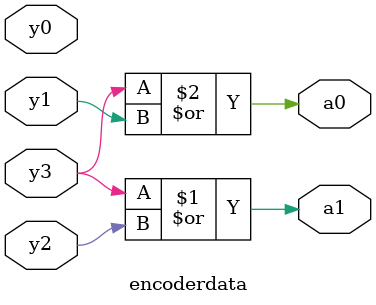
<source format=v>
module encoderdata(y3,y2,y1,y0,a1,a0);
input y3,y2,y1,y0;
output a1,a0;
assign a1= y3 | y2;
assign a0= y3 | y1;
endmodule

</source>
